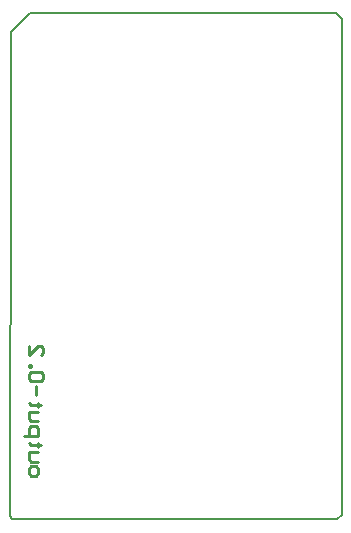
<source format=gbo>
G04*
G04 #@! TF.GenerationSoftware,Altium Limited,Altium Designer,20.2.7 (254)*
G04*
G04 Layer_Color=57008*
%FSLAX25Y25*%
%MOIN*%
G70*
G04*
G04 #@! TF.SameCoordinates,5AC11038-F1E2-41BE-AFD6-D682AA4C8D54*
G04*
G04*
G04 #@! TF.FilePolarity,Positive*
G04*
G01*
G75*
%ADD11C,0.00787*%
%ADD86C,0.01000*%
D11*
X260Y64875D02*
X793Y65408D01*
X260Y1375D02*
Y64875D01*
Y1375D02*
X1219Y416D01*
X109423D01*
X793Y65408D02*
Y162849D01*
X6994Y169050D02*
X109061D01*
X793Y162849D02*
X6994Y169050D01*
X109061D02*
X110931Y167180D01*
X109423Y416D02*
X110931Y1924D01*
Y167180D01*
D86*
X6708Y15665D02*
Y17239D01*
X7495Y18027D01*
X9070D01*
X9857Y17239D01*
Y15665D01*
X9070Y14878D01*
X7495D01*
X6708Y15665D01*
X9857Y19601D02*
X7495D01*
X6708Y20388D01*
Y22749D01*
X9857D01*
X10644Y25111D02*
X9857D01*
Y24324D01*
Y25898D01*
Y25111D01*
X7495D01*
X6708Y25898D01*
X5134Y28260D02*
X9857D01*
Y30621D01*
X9070Y31408D01*
X7495D01*
X6708Y30621D01*
Y28260D01*
X9857Y32982D02*
X7495D01*
X6708Y33770D01*
Y36131D01*
X9857D01*
X10644Y38492D02*
X9857D01*
Y37705D01*
Y39279D01*
Y38492D01*
X7495D01*
X6708Y39279D01*
X9070Y41641D02*
Y44790D01*
X10644Y46364D02*
X11431Y47151D01*
Y48725D01*
X10644Y49512D01*
X7495D01*
X6708Y48725D01*
Y47151D01*
X7495Y46364D01*
X10644D01*
X6708Y51087D02*
X7495D01*
Y51874D01*
X6708D01*
Y51087D01*
Y58171D02*
Y55023D01*
X9857Y58171D01*
X10644D01*
X11431Y57384D01*
Y55810D01*
X10644Y55023D01*
M02*

</source>
